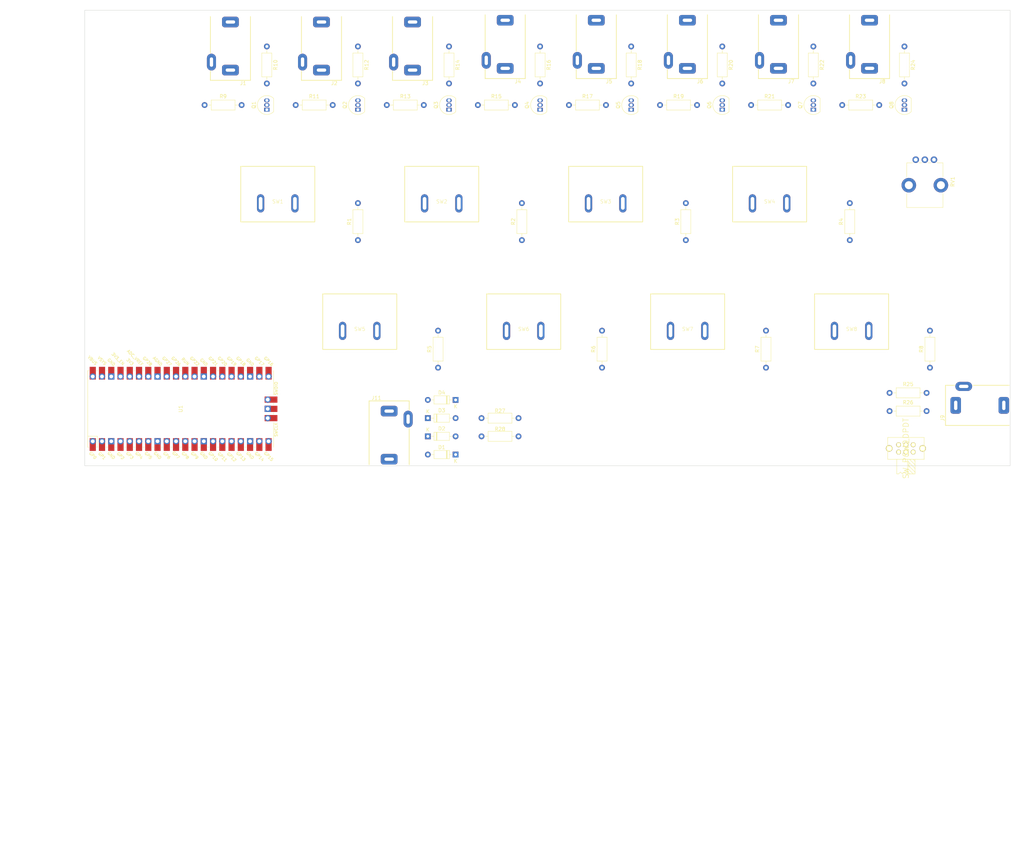
<source format=kicad_pcb>
(kicad_pcb (version 20221018) (generator pcbnew)
  (layers (0 "F.Cu" signal) (31 "B.Cu" signal) (34 "B.Paste" user) (35 "F.Paste" user) (36 "B.SilkS" user "B.Silkscreen") (37 "F.SilkS" user "F.Silkscreen") (38 "B.Mask" user) (39 "F.Mask" user) (44 "Edge.Cuts" user))
  (net 0 "")
  (net 1 "+3.3V")
  (net 2 "/SCL")
  (net 3 "GND")
  (net 4 "/SDA")
  (net 5 "Net-(Q1-C)")
  (net 6 "Net-(Q2-C)")
  (net 7 "Net-(Q3-C)")
  (net 8 "Net-(Q4-C)")
  (net 9 "Net-(Q5-C)")
  (net 10 "Net-(Q6-C)")
  (net 11 "Net-(Q7-C)")
  (net 12 "Net-(Q8-C)")
  (net 13 "Net-(J9-PadT)")
  (net 14 "Net-(Q1-B)")
  (net 15 "Net-(Q2-B)")
  (net 16 "Net-(Q3-B)")
  (net 17 "Net-(Q4-B)")
  (net 18 "Net-(Q5-B)")
  (net 19 "Net-(Q6-B)")
  (net 20 "Net-(Q7-B)")
  (net 21 "Net-(Q8-B)")
  (net 22 "/IN1")
  (net 23 "/IN2")
  (net 24 "/IN3")
  (net 25 "/IN4")
  (net 26 "/IN5")
  (net 27 "/IN6")
  (net 28 "/IN7")
  (net 29 "/IN8")
  (net 30 "/OUT1")
  (net 31 "+5V")
  (net 32 "/OUT2")
  (net 33 "/OUT3")
  (net 34 "/OUT4")
  (net 35 "/OUT5")
  (net 36 "/OUT6")
  (net 37 "/OUT7")
  (net 38 "/OUT8")
  (net 39 "Net-(R25-Pad2)")
  (net 40 "/MIDI_OUT")
  (net 41 "Net-(R26-Pad2)")
  (net 42 "/AN1")
  (footprint "ArcadeButtons:sanwa-obsf-30-g" (layer "F.Cu") (at 73 74.985629)
    (fp_text reference "SW1" (at 0 -0.5 unlocked) (layer "F.SilkS") (effects (font (thickness 0.1))))
    (fp_text value "SW_Push")
    (pad "1" thru_hole oval (at -4.7105 0) (size 2 5) (drill oval 1 3.5) (layers "*.Cu" "*.Mask") (net 3 "GND"))
    (pad "2" thru_hole oval (at 4.7105 0) (size 2 5) (drill oval 1 3.5) (layers "*.Cu" "*.Mask") (net 22 "/IN1"))
  )
  (footprint "Resistor_THT:R_Axial_DIN0207_L6.3mm_D2.5mm_P10.16mm_Horizontal" (layer "F.Cu") (at 177.92 48)
    (fp_text reference "R19" (at 5.08 -2.37) (layer "F.SilkS"))
    (fp_text value "1k")
    (pad "1" thru_hole circle (at 0 0) (size 1.6 1.6) (drill 0.8) (layers "*.Cu" "*.Mask") (net 36 "/OUT6"))
    (pad "2" thru_hole oval (at 10.16 0) (size 1.6 1.6) (drill 0.8) (layers "*.Cu" "*.Mask") (net 19 "Net-(Q6-B)"))
  )
  (footprint "Resistor_THT:R_Axial_DIN0207_L6.3mm_D2.5mm_P10.16mm_Horizontal" (layer "F.Cu") (at 252 120.08 90)
    (fp_text reference "R8" (at 5.08 -2.37 90) (layer "F.SilkS"))
    (fp_text value "10k")
    (pad "1" thru_hole circle (at 0 0 90) (size 1.6 1.6) (drill 0.8) (layers "*.Cu" "*.Mask") (net 1 "+3.3V"))
    (pad "2" thru_hole oval (at 10.16 0 90) (size 1.6 1.6) (drill 0.8) (layers "*.Cu" "*.Mask") (net 29 "/IN8"))
  )
  (footprint "AudioJacks:Jack_3.5mm_QingPu_WQP-PJ302M_Horizontal" (layer "F.Cu") (at 210.425 22.73 180)
    (fp_text reference "J7" (at -3.5 -18.8) (layer "F.SilkS"))
    (fp_text value "AudioJack2")
    (pad "S" thru_hole roundrect (at 0 -2 180) (size 4.6 2.9) (drill oval 2.6 0.9) (layers "*.Cu" "*.Mask") (net 3 "GND"))
    (pad "T" thru_hole roundrect (at 0 -15.2 180) (size 4.6 2.9) (drill oval 2.6 0.9) (layers "*.Cu" "*.Mask") (net 11 "Net-(Q7-C)"))
    (pad "TN" thru_hole oval (at 5.2 -13 270) (size 4.6 2.5) (drill oval 2.6 0.9) (layers "*.Cu" "*.Mask"))
  )
  (footprint "ArcadeButtons:sanwa-obsf-30-g" (layer "F.Cu") (at 185.5 109.985629)
    (fp_text reference "SW7" (at 0 -0.5 unlocked) (layer "F.SilkS") (effects (font (thickness 0.1))))
    (fp_text value "SW_Push")
    (pad "1" thru_hole oval (at -4.7105 0) (size 2 5) (drill oval 1 3.5) (layers "*.Cu" "*.Mask") (net 3 "GND"))
    (pad "2" thru_hole oval (at 4.7105 0) (size 2 5) (drill oval 1 3.5) (layers "*.Cu" "*.Mask") (net 28 "/IN7"))
  )
  (footprint "ArcadeButtons:sanwa-obsf-30-g" (layer "F.Cu") (at 230.5 109.985629)
    (fp_text reference "SW8" (at 0 -0.5 unlocked) (layer "F.SilkS") (effects (font (thickness 0.1))))
    (fp_text value "SW_Push")
    (pad "1" thru_hole oval (at -4.7105 0) (size 2 5) (drill oval 1 3.5) (layers "*.Cu" "*.Mask") (net 3 "GND"))
    (pad "2" thru_hole oval (at 4.7105 0) (size 2 5) (drill oval 1 3.5) (layers "*.Cu" "*.Mask") (net 29 "/IN8"))
  )
  (footprint "Resistor_THT:R_Axial_DIN0207_L6.3mm_D2.5mm_P10.16mm_Horizontal" (layer "F.Cu") (at 139.08 138.93 180)
    (fp_text reference "R28" (at 5.08 2) (layer "F.SilkS"))
    (fp_text value "4k7")
    (pad "1" thru_hole circle (at 0 0 180) (size 1.6 1.6) (drill 0.8) (layers "*.Cu" "*.Mask") (net 1 "+3.3V"))
    (pad "2" thru_hole oval (at 10.16 0 180) (size 1.6 1.6) (drill 0.8) (layers "*.Cu" "*.Mask") (net 4 "/SDA"))
  )
  (footprint "Package_TO_SOT_THT:TO-92_Inline" (layer "F.Cu") (at 95 49.27 90)
    (fp_text reference "Q2" (at 1.27 -3.56 90) (layer "F.SilkS"))
    (fp_text value "2N3904")
    (pad "1" thru_hole rect (at 0 0 90) (size 1.05 1.5) (drill 0.75) (layers "*.Cu" "*.Mask") (net 3 "GND"))
    (pad "2" thru_hole oval (at 1.27 0 90) (size 1.05 1.5) (drill 0.75) (layers "*.Cu" "*.Mask") (net 15 "Net-(Q2-B)"))
    (pad "3" thru_hole oval (at 2.54 0 90) (size 1.05 1.5) (drill 0.75) (layers "*.Cu" "*.Mask") (net 6 "Net-(Q2-C)"))
  )
  (footprint "Resistor_THT:R_Axial_DIN0207_L6.3mm_D2.5mm_P10.16mm_Horizontal" (layer "F.Cu") (at 152.92 48)
    (fp_text reference "R17" (at 5.08 -2.37) (layer "F.SilkS"))
    (fp_text value "1k")
    (pad "1" thru_hole circle (at 0 0) (size 1.6 1.6) (drill 0.8) (layers "*.Cu" "*.Mask") (net 35 "/OUT5"))
    (pad "2" thru_hole oval (at 10.16 0) (size 1.6 1.6) (drill 0.8) (layers "*.Cu" "*.Mask") (net 18 "Net-(Q5-B)"))
  )
  (footprint "Package_TO_SOT_THT:TO-92_Inline" (layer "F.Cu") (at 170 49.27 90)
    (fp_text reference "Q5" (at 1.27 -3.56 90) (layer "F.SilkS"))
    (fp_text value "2N3904")
    (pad "1" thru_hole rect (at 0 0 90) (size 1.05 1.5) (drill 0.75) (layers "*.Cu" "*.Mask") (net 3 "GND"))
    (pad "2" thru_hole oval (at 1.27 0 90) (size 1.05 1.5) (drill 0.75) (layers "*.Cu" "*.Mask") (net 18 "Net-(Q5-B)"))
    (pad "3" thru_hole oval (at 2.54 0 90) (size 1.05 1.5) (drill 0.75) (layers "*.Cu" "*.Mask") (net 9 "Net-(Q5-C)"))
  )
  (footprint "Diode_THT:D_DO-35_SOD27_P7.62mm_Horizontal" (layer "F.Cu") (at 121.81 143.93 180)
    (fp_text reference "D1" (at 3.81 2) (layer "F.SilkS"))
    (fp_text value "1N4148")
    (fp_text user "K" (at 0 -1.8) (layer "F.SilkS"))
    (pad "1" thru_hole rect (at 0 0 180) (size 1.6 1.6) (drill 0.8) (layers "*.Cu" "*.Mask") (net 1 "+3.3V"))
    (pad "2" thru_hole oval (at 7.62 0 180) (size 1.6 1.6) (drill 0.8) (layers "*.Cu" "*.Mask") (net 2 "/SCL"))
  )
  (footprint "Resistor_THT:R_Axial_DIN0207_L6.3mm_D2.5mm_P10.16mm_Horizontal" (layer "F.Cu") (at 230 85.08 90)
    (fp_text reference "R4" (at 5.08 -2.37 90) (layer "F.SilkS"))
    (fp_text value "10k")
    (pad "1" thru_hole circle (at 0 0 90) (size 1.6 1.6) (drill 0.8) (layers "*.Cu" "*.Mask") (net 1 "+3.3V"))
    (pad "2" thru_hole oval (at 10.16 0 90) (size 1.6 1.6) (drill 0.8) (layers "*.Cu" "*.Mask") (net 25 "/IN4"))
  )
  (footprint "ArcadeButtons:sanwa-obsf-30-g" (layer "F.Cu") (at 118 74.985629)
    (fp_text reference "SW2" (at 0 -0.5 unlocked) (layer "F.SilkS") (effects (font (thickness 0.1))))
    (fp_text value "SW_Push")
    (pad "1" thru_hole oval (at -4.7105 0) (size 2 5) (drill oval 1 3.5) (layers "*.Cu" "*.Mask") (net 3 "GND"))
    (pad "2" thru_hole oval (at 4.7105 0) (size 2 5) (drill oval 1 3.5) (layers "*.Cu" "*.Mask") (net 23 "/IN2"))
  )
  (footprint "Package_TO_SOT_THT:TO-92_Inline" (layer "F.Cu") (at 120 49.27 90)
    (fp_text reference "Q3" (at 1.27 -3.56 90) (layer "F.SilkS"))
    (fp_text value "2N3904")
    (pad "1" thru_hole rect (at 0 0 90) (size 1.05 1.5) (drill 0.75) (layers "*.Cu" "*.Mask") (net 3 "GND"))
    (pad "2" thru_hole oval (at 1.27 0 90) (size 1.05 1.5) (drill 0.75) (layers "*.Cu" "*.Mask") (net 16 "Net-(Q3-B)"))
    (pad "3" thru_hole oval (at 2.54 0 90) (size 1.05 1.5) (drill 0.75) (layers "*.Cu" "*.Mask") (net 7 "Net-(Q3-C)"))
  )
  (footprint "AudioJacks:Jack_3.5mm_QingPu_WQP-PJ302M_Horizontal" (layer "F.Cu") (at 235.425 22.73 180)
    (fp_text reference "J8" (at -3.5 -18.8) (layer "F.SilkS"))
    (fp_text value "AudioJack2")
    (pad "S" thru_hole roundrect (at 0 -2 180) (size 4.6 2.9) (drill oval 2.6 0.9) (layers "*.Cu" "*.Mask") (net 3 "GND"))
    (pad "T" thru_hole roundrect (at 0 -15.2 180) (size 4.6 2.9) (drill oval 2.6 0.9) (layers "*.Cu" "*.Mask") (net 12 "Net-(Q8-C)"))
    (pad "TN" thru_hole oval (at 5.2 -13 270) (size 4.6 2.5) (drill oval 2.6 0.9) (layers "*.Cu" "*.Mask"))
  )
  (footprint "Resistor_THT:R_Axial_DIN0207_L6.3mm_D2.5mm_P10.16mm_Horizontal" (layer "F.Cu") (at 185 85.08 90)
    (fp_text reference "R3" (at 5.08 -2.37 90) (layer "F.SilkS"))
    (fp_text value "10k")
    (pad "1" thru_hole circle (at 0 0 90) (size 1.6 1.6) (drill 0.8) (layers "*.Cu" "*.Mask") (net 1 "+3.3V"))
    (pad "2" thru_hole oval (at 10.16 0 90) (size 1.6 1.6) (drill 0.8) (layers "*.Cu" "*.Mask") (net 24 "/IN3"))
  )
  (footprint "Diode_THT:D_DO-35_SOD27_P7.62mm_Horizontal" (layer "F.Cu") (at 114.19 138.93)
    (fp_text reference "D2" (at 3.81 -2.12) (layer "F.SilkS"))
    (fp_text value "1N4148")
    (fp_text user "K" (at 0 -1.8) (layer "F.SilkS"))
    (pad "1" thru_hole rect (at 0 0) (size 1.6 1.6) (drill 0.8) (layers "*.Cu" "*.Mask") (net 2 "/SCL"))
    (pad "2" thru_hole oval (at 7.62 0) (size 1.6 1.6) (drill 0.8) (layers "*.Cu" "*.Mask") (net 3 "GND"))
  )
  (footprint "Resistor_THT:R_Axial_DIN0207_L6.3mm_D2.5mm_P10.16mm_Horizontal" (layer "F.Cu") (at 95 85.08 90)
    (fp_text reference "R1" (at 5.08 -2.37 90) (layer "F.SilkS"))
    (fp_text value "10k")
    (pad "1" thru_hole circle (at 0 0 90) (size 1.6 1.6) (drill 0.8) (layers "*.Cu" "*.Mask") (net 1 "+3.3V"))
    (pad "2" thru_hole oval (at 10.16 0 90) (size 1.6 1.6) (drill 0.8) (layers "*.Cu" "*.Mask") (net 22 "/IN1"))
  )
  (footprint "Resistor_THT:R_Axial_DIN0207_L6.3mm_D2.5mm_P10.16mm_Horizontal" (layer "F.Cu") (at 202.92 48)
    (fp_text reference "R21" (at 5.08 -2.37) (layer "F.SilkS"))
    (fp_text value "1k")
    (pad "1" thru_hole circle (at 0 0) (size 1.6 1.6) (drill 0.8) (layers "*.Cu" "*.Mask") (net 37 "/OUT7"))
    (pad "2" thru_hole oval (at 10.16 0) (size 1.6 1.6) (drill 0.8) (layers "*.Cu" "*.Mask") (net 20 "Net-(Q7-B)"))
  )
  (footprint "Resistor_THT:R_Axial_DIN0207_L6.3mm_D2.5mm_P10.16mm_Horizontal" (layer "F.Cu") (at 227.92 48)
    (fp_text reference "R23" (at 5.08 -2.37) (layer "F.SilkS"))
    (fp_text value "1k")
    (pad "1" thru_hole circle (at 0 0) (size 1.6 1.6) (drill 0.8) (layers "*.Cu" "*.Mask") (net 38 "/OUT8"))
    (pad "2" thru_hole oval (at 10.16 0) (size 1.6 1.6) (drill 0.8) (layers "*.Cu" "*.Mask") (net 21 "Net-(Q8-B)"))
  )
  (footprint "Resistor_THT:R_Axial_DIN0207_L6.3mm_D2.5mm_P10.16mm_Horizontal" (layer "F.Cu") (at 128.92 133.93)
    (fp_text reference "R27" (at 5.08 -2) (layer "F.SilkS"))
    (fp_text value "4k7")
    (pad "1" thru_hole circle (at 0 0) (size 1.6 1.6) (drill 0.8) (layers "*.Cu" "*.Mask") (net 2 "/SCL"))
    (pad "2" thru_hole oval (at 10.16 0) (size 1.6 1.6) (drill 0.8) (layers "*.Cu" "*.Mask") (net 1 "+3.3V"))
  )
  (footprint "Resistor_THT:R_Axial_DIN0207_L6.3mm_D2.5mm_P10.16mm_Horizontal" (layer "F.Cu") (at 127.92 48)
    (fp_text reference "R15" (at 5.08 -2.37) (layer "F.SilkS"))
    (fp_text value "1k")
    (pad "1" thru_hole circle (at 0 0) (size 1.6 1.6) (drill 0.8) (layers "*.Cu" "*.Mask") (net 34 "/OUT4"))
    (pad "2" thru_hole oval (at 10.16 0) (size 1.6 1.6) (drill 0.8) (layers "*.Cu" "*.Mask") (net 17 "Net-(Q4-B)"))
  )
  (footprint "Resistor_THT:R_Axial_DIN0207_L6.3mm_D2.5mm_P10.16mm_Horizontal" (layer "F.Cu") (at 162 120.08 90)
    (fp_text reference "R6" (at 5.08 -2.37 90) (layer "F.SilkS"))
    (fp_text value "10k")
    (pad "1" thru_hole circle (at 0 0 90) (size 1.6 1.6) (drill 0.8) (layers "*.Cu" "*.Mask") (net 1 "+3.3V"))
    (pad "2" thru_hole oval (at 10.16 0 90) (size 1.6 1.6) (drill 0.8) (layers "*.Cu" "*.Mask") (net 27 "/IN6"))
  )
  (footprint "Resistor_THT:R_Axial_DIN0207_L6.3mm_D2.5mm_P10.16mm_Horizontal" (layer "F.Cu") (at 207 120.08 90)
    (fp_text reference "R7" (at 5.08 -2.37 90) (layer "F.SilkS"))
    (fp_text value "10k")
    (pad "1" thru_hole circle (at 0 0 90) (size 1.6 1.6) (drill 0.8) (layers "*.Cu" "*.Mask") (net 1 "+3.3V"))
    (pad "2" thru_hole oval (at 10.16 0 90) (size 1.6 1.6) (drill 0.8) (layers "*.Cu" "*.Mask") (net 28 "/IN7"))
  )
  (footprint "Resistor_THT:R_Axial_DIN0207_L6.3mm_D2.5mm_P10.16mm_Horizontal" (layer "F.Cu") (at 95 31.92 -90)
    (fp_text reference "R12" (at 5.08 -2.37 90) (layer "F.SilkS"))
    (fp_text value "10k")
    (pad "1" thru_hole circle (at 0 0 270) (size 1.6 1.6) (drill 0.8) (layers "*.Cu" "*.Mask") (net 31 "+5V"))
    (pad "2" thru_hole oval (at 10.16 0 270) (size 1.6 1.6) (drill 0.8) (layers "*.Cu" "*.Mask") (net 6 "Net-(Q2-C)"))
  )
  (footprint "Resistor_THT:R_Axial_DIN0207_L6.3mm_D2.5mm_P10.16mm_Horizontal" (layer "F.Cu") (at 77.92 48)
    (fp_text reference "R11" (at 5.08 -2.37) (layer "F.SilkS"))
    (fp_text value "1k")
    (pad "1" thru_hole circle (at 0 0) (size 1.6 1.6) (drill 0.8) (layers "*.Cu" "*.Mask") (net 32 "/OUT2"))
    (pad "2" thru_hole oval (at 10.16 0) (size 1.6 1.6) (drill 0.8) (layers "*.Cu" "*.Mask") (net 15 "Net-(Q2-B)"))
  )
  (footprint "ArcadeButtons:sanwa-obsf-30-g" (layer "F.Cu") (at 140.5 109.985629)
    (fp_text reference "SW6" (at 0 -0.5 unlocked) (layer "F.SilkS") (effects (font (thickness 0.1))))
    (fp_text value "SW_Push")
    (pad "1" thru_hole oval (at -4.7105 0) (size 2 5) (drill oval 1 3.5) (layers "*.Cu" "*.Mask") (net 3 "GND"))
    (pad "2" thru_hole oval (at 4.7105 0) (size 2 5) (drill oval 1 3.5) (layers "*.Cu" "*.Mask") (net 27 "/IN6"))
  )
  (footprint "Resistor_THT:R_Axial_DIN0207_L6.3mm_D2.5mm_P10.16mm_Horizontal" (layer "F.Cu") (at 52.92 48)
    (fp_text reference "R9" (at 5.08 -2.37) (layer "F.SilkS"))
    (fp_text value "1k")
    (pad "1" thru_hole circle (at 0 0) (size 1.6 1.6) (drill 0.8) (layers "*.Cu" "*.Mask") (net 30 "/OUT1"))
    (pad "2" thru_hole oval (at 10.16 0) (size 1.6 1.6) (drill 0.8) (layers "*.Cu" "*.Mask") (net 14 "Net-(Q1-B)"))
  )
  (footprint "Resistor_THT:R_Axial_DIN0207_L6.3mm_D2.5mm_P10.16mm_Horizontal" (layer "F.Cu") (at 170 31.92 -90)
    (fp_text reference "R18" (at 5.08 -2.37 90) (layer "F.SilkS"))
    (fp_text value "10k")
    (pad "1" thru_hole circle (at 0 0 270) (size 1.6 1.6) (drill 0.8) (layers "*.Cu" "*.Mask") (net 31 "+5V"))
    (pad "2" thru_hole oval (at 10.16 0 270) (size 1.6 1.6) (drill 0.8) (layers "*.Cu" "*.Mask") (net 9 "Net-(Q5-C)"))
  )
  (footprint "Resistor_THT:R_Axial_DIN0207_L6.3mm_D2.5mm_P10.16mm_Horizontal" (layer "F.Cu") (at 70 31.92 -90)
    (fp_text reference "R10" (at 5.08 -2.37 90) (layer "F.SilkS"))
    (fp_text value "10k")
    (pad "1" thru_hole circle (at 0 0 270) (size 1.6 1.6) (drill 0.8) (layers "*.Cu" "*.Mask") (net 31 "+5V"))
    (pad "2" thru_hole oval (at 10.16 0 270) (size 1.6 1.6) (drill 0.8) (layers "*.Cu" "*.Mask") (net 5 "Net-(Q1-C)"))
  )
  (footprint "ArcadeButtons:sanwa-obsf-30-g" (layer "F.Cu") (at 163 74.985629)
    (fp_text reference "SW3" (at 0 -0.5 unlocked) (layer "F.SilkS") (effects (font (thickness 0.1))))
    (fp_text value "SW_Push")
    (pad "1" thru_hole oval (at -4.7105 0) (size 2 5) (drill oval 1 3.5) (layers "*.Cu" "*.Mask") (net 3 "GND"))
    (pad "2" thru_hole oval (at 4.7105 0) (size 2 5) (drill oval 1 3.5) (layers "*.Cu" "*.Mask") (net 24 "/IN3"))
  )
  (footprint "AudioJacks:Jack_3.5mm_QingPu_WQP-PJ302M_Horizontal" (layer "F.Cu") (at 185.425 22.73 180)
    (fp_text reference "J6" (at -3.5 -18.8) (layer "F.SilkS"))
    (fp_text value "AudioJack2")
    (pad "S" thru_hole roundrect (at 0 -2 180) (size 4.6 2.9) (drill oval 2.6 0.9) (layers "*.Cu" "*.Mask") (net 3 "GND"))
    (pad "T" thru_hole roundrect (at 0 -15.2 180) (size 4.6 2.9) (drill oval 2.6 0.9) (layers "*.Cu" "*.Mask") (net 10 "Net-(Q6-C)"))
    (pad "TN" thru_hole oval (at 5.2 -13 270) (size 4.6 2.5) (drill oval 2.6 0.9) (layers "*.Cu" "*.Mask"))
  )
  (footprint "ArcadeButtons:sanwa-obsf-30-g" (layer "F.Cu") (at 95.5 109.985629)
    (fp_text reference "SW5" (at 0 -0.5 unlocked) (layer "F.SilkS") (effects (font (thickness 0.1))))
    (fp_text value "SW_Push")
    (pad "1" thru_hole oval (at -4.7105 0) (size 2 5) (drill oval 1 3.5) (layers "*.Cu" "*.Mask") (net 3 "GND"))
    (pad "2" thru_hole oval (at 4.7105 0) (size 2 5) (drill oval 1 3.5) (layers "*.Cu" "*.Mask") (net 26 "/IN5"))
  )
  (footprint "Resistor_THT:R_Axial_DIN0207_L6.3mm_D2.5mm_P10.16mm_Horizontal" (layer "F.Cu") (at 145 31.92 -90)
    (fp_text reference "R16" (at 5.08 -2.37 90) (layer "F.SilkS"))
    (fp_text value "10k")
    (pad "1" thru_hole circle (at 0 0 270) (size 1.6 1.6) (drill 0.8) (layers "*.Cu" "*.Mask") (net 31 "+5V"))
    (pad "2" thru_hole oval (at 10.16 0 270) (size 1.6 1.6) (drill 0.8) (layers "*.Cu" "*.Mask") (net 8 "Net-(Q4-C)"))
  )
  (footprint "Package_TO_SOT_THT:TO-92_Inline" (layer "F.Cu") (at 145 49.27 90)
    (fp_text reference "Q4" (at 1.27 -3.56 90) (layer "F.SilkS"))
    (fp_text value "2N3904")
    (pad "1" thru_hole rect (at 0 0 90) (size 1.05 1.5) (drill 0.75) (layers "*.Cu" "*.Mask") (net 3 "GND"))
    (pad "2" thru_hole oval (at 1.27 0 90) (size 1.05 1.5) (drill 0.75) (layers "*.Cu" "*.Mask") (net 17 "Net-(Q4-B)"))
    (pad "3" thru_hole oval (at 2.54 0 90) (size 1.05 1.5) (drill 0.75) (layers "*.Cu" "*.Mask") (net 8 "Net-(Q4-C)"))
  )
  (footprint "Resistor_THT:R_Axial_DIN0207_L6.3mm_D2.5mm_P10.16mm_Horizontal" (layer "F.Cu") (at 240.92 132)
    (fp_text reference "R26" (at 5.08 -2.37) (layer "F.SilkS"))
    (fp_text value "47")
    (pad "1" thru_hole circle (at 0 0) (size 1.6 1.6) (drill 0.8) (layers "*.Cu" "*.Mask") (net 40 "/MIDI_OUT"))
    (pad "2" thru_hole oval (at 10.16 0) (size 1.6 1.6) (drill 0.8) (layers "*.Cu" "*.Mask") (net 41 "Net-(R26-Pad2)"))
  )
  (footprint "SparkFun-Electromechanical:EG2211" (layer "F.Cu") (at 245.40006 142.24 90)
    (fp_text reference "SW9" (at 0 0 90) (layer "F.SilkS") (effects (font (size 1.524 1.524))))
    (fp_text value "SW_Push_DPDT" (at 0 0 90) (layer "F.SilkS") (effects (font (size 1.524 1.524))))
    (pad "P$7" thru_hole circle (at 0 -4.59994 90) (size 1.79832 1.79832) (drill 1.19888) (layers "F&B.Cu" "F.Paste" "F.SilkS" "F.Mask"))
    (pad "P$8" thru_hole circle (at 0 4.59994 90) (size 1.79832 1.79832) (drill 1.19888) (layers "F&B.Cu" "F.Paste" "F.SilkS" "F.Mask"))
    (pad "P1" thru_hole circle (at -0.99822 0 90) (size 1.30556 1.30556) (drill 0.79756) (layers "F&B.Cu" "F.Paste" "F.SilkS" "F.Mask"))
    (pad "P1-T" thru_hole circle (at -0.99822 -1.99898 90) (size 1.30556 1.30556) (drill 0.79756) (layers "F&B.Cu" "F.Paste" "F.SilkS" "F.Mask"))
    (pad "P1-T" thru_hole circle (at -0.99822 1.99898 90) (size 1.30556 1.30556) (drill 0.79756) (layers "F&B.Cu" "F.Paste" "F.SilkS" "F.Mask"))
    (pad "P2" thru_hole circle (at 0.99822 0 90) (size 1.30556 1.30556) (drill 0.79756) (layers "F&B.Cu" "F.Paste" "F.SilkS" "F.Mask"))
    (pad "P2-T" thru_hole circle (at 0.99822 -1.99898 90) (size 1.30556 1.30556) (drill 0.79756) (layers "F&B.Cu" "F.Paste" "F.SilkS" "F.Mask"))
    (pad "P2-T" thru_hole circle (at 0.99822 1.99898 90) (size 1.30556 1.30556) (drill 0.79756) (layers "F&B.Cu" "F.Paste" "F.SilkS" "F.Mask"))
  )
  (footprint "Package_TO_SOT_THT:TO-92_Inline" (layer "F.Cu") (at 70 49.27 90)
    (fp_text reference "Q1" (at 1.27 -3.56 90) (layer "F.SilkS"))
    (fp_text value "2N3904")
    (pad "1" thru_hole rect (at 0 0 90) (size 1.05 1.5) (drill 0.75) (layers "*.Cu" "*.Mask") (net 3 "GND"))
    (pad "2" thru_hole oval (at 1.27 0 90) (size 1.05 1.5) (drill 0.75) (layers "*.Cu" "*.Mask") (net 14 "Net-(Q1-B)"))
    (pad "3" thru_hole oval (at 2.54 0 90) (size 1.05 1.5) (drill 0.75) (layers "*.Cu" "*.Mask") (net 5 "Net-(Q1-C)"))
  )
  (footprint "Package_TO_SOT_THT:TO-92_Inline" (layer "F.Cu") (at 220 49.27 90)
    (fp_text reference "Q7" (at 1.27 -3.56 90) (layer "F.SilkS"))
    (fp_text value "2N3904")
    (pad "1" thru_hole rect (at 0 0 90) (size 1.05 1.5) (drill 0.75) (layers "*.Cu" "*.Mask") (net 3 "GND"))
    (pad "2" thru_hole oval (at 1.27 0 90) (size 1.05 1.5) (drill 0.75) (layers "*.Cu" "*.Mask") (net 20 "Net-(Q7-B)"))
    (pad "3" thru_hole oval (at 2.54 0 90) (size 1.05 1.5) (drill 0.75) (layers "*.Cu" "*.Mask") (net 11 "Net-(Q7-C)"))
  )
  (footprint "AudioJacks:Jack_3.5mm_QingPu_WQP-PJ302M_Horizontal" (layer "F.Cu") (at 135.425 22.73 180)
    (fp_text reference "J4" (at -3.5 -18.8) (layer "F.SilkS"))
    (fp_text value "AudioJack2")
    (pad "S" thru_hole roundrect (at 0 -2 180) (size 4.6 2.9) (drill oval 2.6 0.9) (layers "*.Cu" "*.Mask") (net 3 "GND"))
    (pad "T" thru_hole roundrect (at 0 -15.2 180) (size 4.6 2.9) (drill oval 2.6 0.9) (layers "*.Cu" "*.Mask") (net 8 "Net-(Q4-C)"))
    (pad "TN" thru_hole oval (at 5.2 -13 270) (size 4.6 2.5) (drill oval 2.6 0.9) (layers "*.Cu" "*.Mask"))
  )
  (footprint "Resistor_THT:R_Axial_DIN0207_L6.3mm_D2.5mm_P10.16mm_Horizontal" (layer "F.Cu") (at 195 31.92 -90)
    (fp_text reference "R20" (at 5.08 -2.37 90) (layer "F.SilkS"))
    (fp_text value "10k")
    (pad "1" thru_hole circle (at 0 0 270) (size 1.6 1.6) (drill 0.8) (layers "*.Cu" "*.Mask") (net 31 "+5V"))
    (pad "2" thru_hole oval (at 10.16 0 270) (size 1.6 1.6) (drill 0.8) (layers "*.Cu" "*.Mask") (net 10 "Net-(Q6-C)"))
  )
  (footprint "Resistor_THT:R_Axial_DIN0207_L6.3mm_D2.5mm_P10.16mm_Horizontal" (layer "F.Cu") (at 240.92 127)
    (fp_text reference "R25" (at 5.08 -2.37) (layer "F.SilkS"))
    (fp_text value "47")
    (pad "1" thru_hole circle (at 0 0) (size 1.6 1.6) (drill 0.8) (layers "*.Cu" "*.Mask") (net 1 "+3.3V"))
    (pad "2" thru_hole oval (at 10.16 0) (size 1.6 1.6) (drill 0.8) (layers "*.Cu" "*.Mask") (net 39 "Net-(R25-Pad2)"))
  )
  (footprint "RPi Pico:RPi_Pico_SMD_TH" (layer "F.Cu") (at 46.35 131.39 90)
    (fp_text reference "U1" (at 0 0 90) (layer "F.SilkS"))
    (fp_text value "Pico")
    (fp_text user "GP5" (at -12.8 -8.89 135) (layer "F.SilkS") (effects (font (size 0.8 0.8))))
    (fp_text user "GND" (at -12.8 -6.35 135) (layer "F.SilkS") (effects (font (size 0.8 0.8))))
    (fp_text user "GP26" (at 13.054 -1.27 135) (layer "F.SilkS") (effects (font (size 0.8 0.8))))
    (fp_text user "GP7" (at -12.7 -1.3 135) (layer "F.SilkS") (effects (font (size 0.8 0.8))))
    (fp_text user "GP16" (at 13.054 24.13 135) (layer "F.SilkS") (effects (font (size 0.8 0.8))))
    (fp_text user "3V3_EN" (at 13.7 -17.2 135) (layer "F.SilkS") (effects (font (size 0.8 0.8))))
    (fp_text user "GP10" (at -13.054 8.89 135) (layer "F.SilkS") (effects (font (size 0.8 0.8))))
    (fp_text user "ADC_VREF" (at 14 -12.5 135) (layer "F.SilkS") (effects (font (size 0.8 0.8))))
    (fp_text user "GP13" (at -13.054 16.51 135) (layer "F.SilkS") (effects (font (size 0.8 0.8))))
    (fp_text user "GND" (at 12.8 6.35 135) (layer "F.SilkS") (effects (font (size 0.8 0.8))))
    (fp_text user "SWCLK" (at -5.7 26.2 90) (layer "F.SilkS") (effects (font (size 0.8 0.8))))
    (fp_text user "GND" (at -12.8 19.05 135) (layer "F.SilkS") (effects (font (size 0.8 0.8))))
    (fp_text user "GP28" (at 13.054 -9.144 135) (layer "F.SilkS") (effects (font (size 0.8 0.8))))
    (fp_text user "GP3" (at -12.8 -13.97 135) (layer "F.SilkS") (effects (font (size 0.8 0.8))))
    (fp_text user "GP0" (at -12.8 -24.13 135) (layer "F.SilkS") (effects (font (size 0.8 0.8))))
    (fp_text user "GP1" (at -12.9 -21.6 135) (layer "F.SilkS") (effects (font (size 0.8 0.8))))
    (fp_text user "GP14" (at -13.1 21.59 135) (layer "F.SilkS") (effects (font (size 0.8 0.8))))
    (fp_text user "GND" (at -12.8 6.35 135) (layer "F.SilkS") (effects (font (size 0.8 0.8))))
    (fp_text user "GND" (at -12.8 -19.05 135) (layer "F.SilkS") (effects (font (size 0.8 0.8))))
    (fp_text user "VBUS" (at 13.3 -24.2 135) (layer "F.SilkS") (effects (font (size 0.8 0.8))))
    (fp_text user "GP17" (at 13.054 21.59 135) (layer "F.SilkS") (effects (font (size 0.8 0.8))))
    (fp_text user "SWDIO" (at 5.6 26.2 90) (layer "F.SilkS") (effects (font (size 0.8 0.8))))
    (fp_text user "GP20" (at 13.054 11.43 135) (layer "F.SilkS") (effects (font (size 0.8 0.8))))
    (fp_text user "GP11" (at -13.2 11.43 135) (layer "F.SilkS") (effects (font (size 0.8 0.8))))
    (fp_text user "GP12" (at -13.2 13.97 135) (layer "F.SilkS") (effects (font (size 0.8 0.8))))
    (fp_text user "GP19" (at 13.054 13.97 135) (layer "F.SilkS") (effects (font (size 0.8 0.8))))
    (fp_text user "VSYS" (at 13.2 -21.59 135) (layer "F.SilkS") (effects (font (size 0.8 0.8))))
    (fp_text user "GP22" (at 13.054 3.81 135) (layer "F.SilkS") (effects (font (size 0.8 0.8))))
    (fp_text user "GP8" (at -12.8 1.27 135) (layer "F.SilkS") (effects (font (size 0.8 0.8))))
    (fp_text user "GND" (at 12.8 -19.05 135) (layer "F.SilkS") (effects (font (size 0.8 0.8))))
    (fp_text user "AGND" (at 13.054 -6.35 135) (layer "F.SilkS") (effects (font (size 0.8 0.8))))
    (fp_text user "3V3" (at 12.9 -13.9 135) (layer "F.SilkS") (effects (font (size 0.8 0.8))))
    (fp_text user "GP9" (at -12.8 3.81 135) (layer "F.SilkS") (effects (font (size 0.8 0.8))))
    (fp_text user "GP2" (at -12.9 -16.51 135) (layer "F.SilkS") (effects (font (size 0.8 0.8))))
    (fp_text user "GND" (at 12.8 19.05 135) (layer "F.SilkS") (effects (font (size 0.8 0.8))))
    (fp_text user "GP27" (at 13.054 -3.8 135) (layer "F.SilkS") (effects (font (size 0.8 0.8))))
    (fp_text user "RUN" (at 13 1.27 135) (layer "F.SilkS") (effects (font (size 0.8 0.8))))
    (fp_text user "GP21" (at 13.054 8.9 135) (layer "F.SilkS") (effects (font (size 0.8 0.8))))
    (fp_text user "GP15" (at -13.054 24.13 135) (layer "F.SilkS") (effects (font (size 0.8 0.8))))
    (fp_text user "GP4" (at -12.8 -11.43 135) (layer "F.SilkS") (effects (font (size 0.8 0.8))))
    (fp_text user "GP18" (at 13.054 16.51 135) (layer "F.SilkS") (effects (font (size 0.8 0.8))))
    (fp_text user "GP6" (at -12.8 -3.81 135) (layer "F.SilkS") (effects (font (size 0.8 0.8))))
    (pad "" np_thru_hole oval (at -2.725 -24 90) (size 1.8 1.8) (drill 1.8) (layers "*.Cu" "*.Mask"))
    (pad "" np_thru_hole oval (at -2.425 -20.97 90) (size 1.5 1.5) (drill 1.5) (layers "*.Cu" "*.Mask"))
    (pad "" np_thru_hole oval (at 2.425 -20.97 90) (size 1.5 1.5) (drill 1.5) (layers "*.Cu" "*.Mask"))
    (pad "" np_thru_hole oval (at 2.725 -24 90) (size 1.8 1.8) (drill 1.8) (layers "*.Cu" "*.Mask"))
    (pad "1" thru_hole oval (at -8.89 -24.13 90) (size 1.7 1.7) (drill 1.02) (layers "*.Cu" "*.Mask") (net 40 "/MIDI_OUT"))
    (pad "1" smd rect (at -8.89 -24.13 90) (size 3.5 1.7) (drill (offset -0.9 0)) (layers "F.Cu" "F.Mask") (net 40 "/MIDI_OUT"))
    (pad "2" thru_hole oval (at -8.89 -21.59 90) (size 1.7 1.7) (drill 1.02) (layers "*.Cu" "*.Mask"))
    (pad "2" smd rect (at -8.89 -21.59 90) (size 3.5 1.7) (drill (offset -0.9 0)) (layers "F.Cu" "F.Mask"))
    (pad "3" thru_hole rect (at -8.89 -19.05 90) (size 1.7 1.7) (drill 1.02) (layers "*.Cu" "*.Mask") (net 3 "GND"))
    (pad "3" smd rect (at -8.89 -19.05 90) (size 3.5 1.7) (drill (offset -0.9 0)) (layers "F.Cu" "F.Mask") (net 3 "GND"))
    (pad "4" thru_hole oval (at -8.89 -16.51 90) (size 1.7 1.7) (drill 1.02) (layers "*.Cu" "*.Mask"))
    (pad "4" smd rect (at -8.89 -16.51 90) (size 3.5 1.7) (drill (offset -0.9 0)) (layers "F.Cu" "F.Mask"))
    (pad "5" thru_hole oval (at -8.89 -13.97 90) (size 1.7 1.7) (drill 1.02) (layers "*.Cu" "*.Mask"))
    (pad "5" smd rect (at -8.89 -13.97 90) (size 3.5 1.7) (drill (offset -0.9 0)) (layers "F.Cu" "F.Mask"))
    (pad "6" thru_hole oval (at -8.89 -11.43 90) (size 1.7 1.7) (drill 1.02) (layers "*.Cu" "*.Mask") (net 4 "/SDA"))
    (pad "6" smd rect (at -8.89 -11.43 90) (size 3.5 1.7) (drill (offset -0.9 0)) (layers "F.Cu" "F.Mask") (net 4 "/SDA"))
    (pad "7" thru_hole oval (at -8.89 -8.89 90) (size 1.7 1.7) (drill 1.02) (layers "*.Cu" "*.Mask") (net 2 "/SCL"))
    (pad "7" smd rect (at -8.89 -8.89 90) (size 3.5 1.7) (drill (offset -0.9 0)) (layers "F.Cu" "F.Mask") (net 2 "/SCL"))
    (pad "8" thru_hole rect (at -8.89 -6.35 90) (size 1.7 1.7) (drill 1.02) (layers "*.Cu" "*.Mask") (net 3 "GND"))
    (pad "8" smd rect (at -8.89 -6.35 90) (size 3.5 1.7) (drill (offset -0.9 0)) (layers "F.Cu" "F.Mask") (net 3 "GND"))
    (pad "9" thru_hole oval (at -8.89 -3.81 90) (size 1.7 1.7) (drill 1.02) (layers "*.Cu" "*.Mask") (net 22 "/IN1"))
    (pad "9" smd rect (at -8.89 -3.81 90) (size 3.5 1.7) (drill (offset -0.9 0)) (layers "F.Cu" "F.Mask") (net 22 "/IN1"))
    (pad "10" thru_hole oval (at -8.89 -1.27 90) (size 1.7 1.7) (drill 1.02) (layers "*.Cu" "*.Mask") (net 23 "/IN2"))
    (pad "10" smd rect (at -8.89 -1.27 90) (size 3.5 1.7) (drill (offset -0.9 0)) (layers "F.Cu" "F.Mask") (net 23 "/IN2"))
    (pad "11" thru_hole oval (at -8.89 1.27 90) (size 1.7 1.7) (drill 1.02) (layers "*.Cu" "*.Mask") (net 24 "/IN3"))
    (pad "11" smd rect (at -8.89 1.27 90) (size 3.5 1.7) (drill (offset -0.9 0)) (layers "F.Cu" "F.Mask") (net 24 "/IN3"))
    (pad "12" thru_hole oval (at -8.89 3.81 90) (size 1.7 1.7) (drill 1.02) (layers "*.Cu" "*.Mask") (net 25 "/IN4"))
    (pad "12" smd rect (at -8.89 3.81 90) (size 3.5 1.7) (drill (offset -0.9 0)) (layers "F.Cu" "F.Mask") (net 25 "/IN4"))
    (pad "13" thru_hole rect (at -8.89 6.35 90) (size 1.7 1.7) (drill 1.02) (layers "*.Cu" "*.Mask") (net 3 "GND"))
    (pad "13" smd rect (at -8.89 6.35 90) (size 3.5 1.7) (drill (offset -0.9 0)) (layers "F.Cu" "F.Mask") (net 3 "GND"))
    (pad "14" thru_hole oval (at -8.89 8.89 90) (size 1.7 1.7) (drill 1.02) (layers "*.Cu" "*.Mask") (net 26 "/IN5"))
    (pad "14" smd rect (at -8.89 8.89 90) (size 3.5 1.7) (drill (offset -0.9 0)) (layers "F.Cu" "F.Mask") (net 26 "/IN5"))
    (pad "15" thru_hole oval (at -8.89 11.43 90) (size 1.7 1.7) (drill 1.02) (layers "*.Cu" "*.Mask") (net 27 "/IN6"))
    (pad "15" smd rect (at -8.89 11.43 90) (size 3.5 1.7) (drill (offset -0.9 0)) (layers "F.Cu" "F.Mask") (net 27 "/IN6"))
    (pad "16" thru_hole oval (at -8.89 13.97 90) (size 1.7 1.7) (drill 1.02) (layers "*.Cu" "*.Mask") (net 28 "/IN7"))
    (pad "16" smd rect (at -8.89 13.97 90) (size 3.5 1.7) (drill (offset -0.9 0)) (layers "F.Cu" "F.Mask") (net 28 "/IN7"))
    (pad "17" thru_hole oval (at -8.89 16.51 90) (size 1.7 1.7) (drill 1.02) (layers "*.Cu" "*.Mask") (net 29 "/IN8"))
    (pad "17" smd rect (at -8.89 16.51 90) (size 3.5 1.7) (drill (offset -0.9 0)) (layers "F.Cu" "F.Mask") (net 29 "/IN8"))
    (pad "18" thru_hole rect (at -8.89 19.05 90) (size 1.7 1.7) (drill 1.02) (layers "*.Cu" "*.Mask") (net 3 "GND"))
    (pad "18" smd rect (at -8.89 19.05 90) (size 3.5 1.7) (drill (offset -0.9 0)) (layers "F.Cu" "F.Mask") (net 3 "GND"))
    (pad "19" thru_hole oval (at -8.89 21.59 90) (size 1.7 1.7) (drill 1.02) (layers "*.Cu" "*.Mask") (net 30 "/OUT1"))
    (pad "19" smd rect (at -8.89 21.59 90) (size 3.5 1.7) (drill (offset -0.9 0)) (layers "F.Cu" "F.Mask") (net 30 "/OUT1"))
    (pad "20" thru_hole oval (at -8.89 24.13 90) (size 1.7 1.7) (drill 1.02) (layers "*.Cu" "*.Mask") (net 32 "/OUT2"))
    (pad "20" smd rect (at -8.89 24.13 90) (size 3.5 1.7) (drill (offset -0.9 0)) (layers "F.Cu" "F.Mask") (net 32 "/OUT2"))
    (pad "21" thru_hole oval (at 8.89 24.13 90) (size 1.7 1.7) (drill 1.02) (layers "*.Cu" "*.Mask") (net 33 "/OUT3"))
    (pad "21" smd rect (at 8.89 24.13 90) (size 3.5 1.7) (drill (offset 0.9 0)) (layers "F.Cu" "F.Mask") (net 33 "/OUT3"))
    (pad "22" thru_hole oval (at 8.89 21.59 90) (size 1.7 1.7) (drill 1.02) (layers "*.Cu" "*.Mask") (net 34 "/OUT4"))
    (pad "22" smd rect (at 8.89 21.59 90) (size 3.5 1.7) (drill (offset 0.9 0)) (layers "F.Cu" "F.Mask") (net 34 "/OUT4"))
    (pad "23" thru_hole rect (at 8.89 19.05 90) (size 1.7 1.7) (drill 1.02) (layers "*.Cu" "*.Mask") (net 3 "GND"))
    (pad "23" smd rect (at 8.89 19.05 90) (size 3.5 1.7) (drill (offset 0.9 0)) (layers "F.Cu" "F.Mask") (net 3 "GND"))
    (pad "24" thru_hole oval (at 8.89 16.51 90) (size 1.7 1.7) (drill 1.02) (layers "*.Cu" "*.Mask") (net 35 "/OUT5"))
    (pad "24" smd rect (at 8.89 16.51 90) (size 3.5 1.7) (drill (offset 0.9 0)) (layers "F.Cu" "F.Mask") (net 35 "/OUT5"))
    (pad "25" thru_hole oval (at 8.89 13.97 90) (size 1.7 1.7) (drill 1.02) (layers "*.Cu" "*.Mask") (net 36 "/OUT6"))
    (pad "25" smd rect (at 8.89 13.97 90) (size 3.5 1.7) (drill (offset 0.9 0)) (layers "F.Cu" "F.Mask") (net 36 "/OUT6"))
    (pad "26" thru_hole oval (at 8.89 11.43 90) (size 1.7 1.7) (drill 1.02) (layers "*.Cu" "*.Mask") (net 37 "/OUT7"))
    (pad "26" smd rect (at 8.89 11.43 90) (size 3.5 1.7) (drill (offset 0.9 0)) (layers "F.Cu" "F.Mask") (net 37 "/OUT7"))
    (pad "27" thru_hole oval (at 8.89 8.89 90) (size 1.7 1.7) (drill 1.02) (layers "*.Cu" "*.Mask") (net 38 "/OUT8"))
    (pad "27" smd rect (at 8.89 8.89 90) (size 3.5 1.7) (drill (offset 0.9 0)) (layers "F.Cu" "F.Mask") (net 38 "/OUT8"))
    (pad "28" thru_hole rect (at 8.89 6.35 90) (size 1.7 1.7) (drill 1.02) (layers "*.Cu" "*.Mask") (net 3 "GND"))
    (pad "28" smd rect (at 8.89 6.35 90) (size 3.5 1.7) (drill (offset 0.9 0)) (layers "F.Cu" "F.Mask") (net 3 "GND"))
    (pad "29" thru_hole oval (at 8.89 3.81 90) (size 1.7 1.7) (drill 1.02) (layers "*.Cu" "*.Mask"))
    (pad "29" smd rect (at 8.89 3.81 90) (size 3.5 1.7) (drill (offset 0.9 0)) (layers "F.Cu" "F.Mask"))
    (pad "30" thru_hole oval (at 8.89 1.27 90) (size 1.7 1.7) (drill 1.02) (layers "*.Cu" "*.Mask"))
    (pad "30" smd rect (at 8.89 1.27 90) (size 3.5 1.7) (drill (offset 0.9 0)) (layers "F.Cu" "F.Mask"))
    (pad "31" thru_hole oval (at 8.89 -1.27 90) (size 1.7 1.7) (drill 1.02) (layers "*.Cu" "*.Mask"))
    (pad "31" smd rect (at 8.89 -1.27 90) (size 3.5 1.7) (drill (offset 0.9 0)) (layers "F.Cu" "F.Mask"))
    (pad "32" thru_hole oval (at 8.89 -3.81 90) (size 1.7 1.7) (drill 1.02) (layers "*.Cu" "*.Mask") (net 42 "/AN1"))
    (pad "32" smd rect (at 8.89 -3.81 90) (size 3.5 1.7) (drill (offset 0.9 0)) (layers "F.Cu" "F.Mask") (net 42 "/AN1"))
    (pad "33" thru_hole rect (at 8.89 -6.35 90) (size 1.7 1.7) (drill 1.02) (layers "*.Cu" "*.Mask") (net 3 "GND"))
    (pad "33" smd rect (at 8.89 -6.35 90) (size 3.5 1.7) (drill (offset 0.9 0)) (layers "F.Cu" "F.Mask") (net 3 "GND"))
    (pad "34" thru_hole oval (at 8.89 -8.89 90) (size 1.7 1.7) (drill 1.02) (layers "*.Cu" "*.Mask"))
    (pad "34" smd rect (at 8.89 -8.89 90) (size 3.5 1.7) (drill (offset 0.9 0)) (layers "F.Cu" "F.Mask"))
    (pad "35" thru_hole oval (at 8.89 -11.43 90) (size 1.7 1.7) (drill 1.02) (layers "*.Cu" "*.Mask"))
    (pad "35" smd rect (at 8.89 -11.43 90) (size 3.5 1.7) (drill (offset 0.9 0)) (layers "F.Cu" "F.Mask"))
    (pad "36" thru_hole oval (at 8.89 -13.97 90) (size 1.7 1.7) (drill 1.02) (layers "*.Cu" "*.Mask") (net 1 "+3.3V"))
    (pad "36" smd rect (at 8.89 -13.97 90) (size 3.5 1.7) (drill (offset 0.9 0)) (layers "F.Cu" "F.Mask") (net 1 "+3.3V"))
    (pad "37" thru_hole oval (at 8.89 -16.51 90) (size 1.7 1.7) (drill 1.02) (layers "*.Cu" "*.Mask"))
    (pad "37" smd rect (at 8.89 -16.51 90) (size 3.5 1.7) (drill (offset 0.9 0)) (layers "F.Cu" "F.Mask"))
    (pad "38" thru_hole rect (at 8.89 -19.05 90) (size 1.7 1.7) (drill 1.02) (layers "*.Cu" "*.Mask") (net 3 "GND"))
    (pad "38" smd rect (at 8.89 -19.05 90) (size 3.5 1.7) (drill (offset 0.9 0)) (layers "F.Cu" "F.Mask") (net 3 "GND"))
    (pad "39" thru_hole oval (at 8.89 -21.59 90) (size 1.7 1.7) (drill 1.02) (layers "*.Cu" "*.Mask"))
    (pad "39" smd rect (at 8.89 -21.59 90) (size 3.5 1.7) (drill (offset 0.9 0)) (layers "F.Cu" "F.Mask"))
    (pad "40" thru_hole oval (at 8.89 -24.13 90) (size 1.7 1.7) (drill 1.02) (layers "*.Cu" "*.Mask") (net 31 "+5V"))
    (pad "40" smd rect (at 8.89 -24.13 90) (size 3.5 1.7) (drill (offset 0.9 0)) (layers "F.Cu" "F.Mask") (net 31 "+5V"))
    (pad "41" thru_hole oval (at -2.54 23.9 90) (size 1.7 1.7) (drill 1.02) (layers "*.Cu" "*.Mask"))
    (pad "41" smd rect (at -2.54 23.9 180) (size 3.5 1.7) (drill (offset -0.9 0)) (layers "F.Cu" "F.Mask"))
    (pad "42" thru_hole rect (at 0 23.9 90) (size 1.7 1.7) (drill 1.02) (layers "*.Cu" "*.Mask") (net 3 "GND"))
    (pad "42" smd rect (at 0 23.9 180) (size 3.5 1.7) (drill (offset -0.9 0)) (layers "F.Cu" "F.Mask") (net 3 "GND"))
    (pad "43" thru_hole oval (at 2.54 23.9 90) (size 1.7 1.7) (drill 1.02) (layers "*.Cu" "*.Mask"))
    (pad "43" smd rect (at 2.54 23.9 180) (size 3.5 1.7) (drill (offset -0.9 0)) (layers "F.Cu" "F.Mask"))
  )
  (footprint "Package_TO_SOT_THT:TO-92_Inline" (layer "F.Cu") (at 245 49.27 90)
    (fp_text reference "Q8" (at 1.27 -3.56 90) (layer "F.SilkS"))
    (fp_text value "2N3904")
    (pad "1" thru_hole rect (at 0 0 90) (size 1.05 1.5) (drill 0.75) (layers "*.Cu" "*.Mask") (net 3 "GND"))
    (pad "2" thru_hole oval (at 1.27 0 90) (size 1.05 1.5) (drill 0.75) (layers "*.Cu" "*.Mask") (net 21 "Net-(Q8-B)"))
    (pad "3" thru_hole oval (at 2.54 0 90) (size 1.05 1.5) (drill 0.75) (layers "*.Cu" "*.Mask") (net 12 "Net-(Q8-C)"))
  )
  (footprint "AudioJacks:Jack_3.5mm_QingPu_WQP-PJ302M_Horizontal" (layer "F.Cu") (at 160.425 22.73 180)
    (fp_text reference "J5" (at -3.5 -18.8) (layer "F.SilkS"))
    (fp_text value "AudioJack2")
    (pad "S" thru_hole roundrect (at 0 -2 180) (size 4.6 2.9) (drill oval 2.6 0.9) (layers "*.Cu" "*.Mask") (net 3 "GND"))
    (pad "T" thru_hole roundrect (at 0 -15.2 180) (size 4.6 2.9) (drill oval 2.6 0.9) (layers "*.Cu" "*.Mask") (net 9 "Net-(Q5-C)"))
    (pad "TN" thru_hole oval (at 5.2 -13 270) (size 4.6 2.5) (drill oval 2.6 0.9) (layers "*.Cu" "*.Mask"))
  )
  (footprint "Resistor_THT:R_Axial_DIN0207_L6.3mm_D2.5mm_P10.16mm_Horizontal" (layer "F.Cu") (at 117 120.08 90)
    (fp_text reference "R5" (at 5.08 -2.37 90) (layer "F.SilkS"))
    (fp_text value "10k")
    (pad "1" thru_hole circle (at 0 0 90) (size 1.6 1.6) (drill 0.8) (layers "*.Cu" "*.Mask") (net 1 "+3.3V"))
    (pad "2" thru_hole oval (at 10.16 0 90) (size 1.6 1.6) (drill 0.8) (layers "*.Cu" "*.Mask") (net 26 "/IN5"))
  )
  (footprint "Resistor_THT:R_Axial_DIN0207_L6.3mm_D2.5mm_P10.16mm_Horizontal" (layer "F.Cu") (at 120 31.92 -90)
    (fp_text reference "R14" (at 5.08 -2.37 90) (layer "F.SilkS"))
    (fp_text value "10k")
    (pad "1" thru_hole circle (at 0 0 270) (size 1.6 1.6) (drill 0.8) (layers "*.Cu" "*.Mask") (net 31 "+5V"))
    (pad "2" thru_hole oval (at 10.16 0 270) (size 1.6 1.6) (drill 0.8) (layers "*.Cu" "*.Mask") (net 7 "Net-(Q3-C)"))
  )
  (footprint "Potentiometer_THT_mod:Potentiometer_Bourns_PTV09A-1_Single_Vertical" (layer "F.Cu") (at 248.1 63 -90)
    (fp_text reference "RV1" (at 6.05 -10.15 90) (layer "F.SilkS"))
    (fp_text value "R_Potentiometer")
    (pad "" np_thru_hole circle (at 7 -6.9 270) (size 4 4) (drill 2.2) (layers "F&B.Cu" "*.Mask"))
    (pad "" np_thru_hole circle (at 7 1.9 270) (size 4 4) (drill 2.2) (layers "F&B.Cu" "*.Mask"))
    (pad "1" thru_hole circle (at 0 0 270) (size 1.8 1.8) (drill 1) (layers "*.Cu" "*.Mask") (net 3 "GND"))
    (pad "2" thru_hole circle (at 0 -2.5 270) (size 1.8 1.8) (drill 1) (layers "*.Cu" "*.Mask") (net 42 "/AN1"))
    (pad "3" thru_hole circle (at 0 -5 270) (size 1.8 1.8) (drill 1) (layers "*.Cu" "*.Mask") (net 1 "+3.3V"))
  )
  (footprint "AudioJacks:Jack_3.5mm_QingPu_WQP-PJ302M_Horizontal" (layer "F.Cu") (at 85 23.21 180)
    (fp_text reference "J2" (at -3.5 -18.8) (layer "F.SilkS"))
    (fp_text value "AudioJack2")
    (pad "S" thru_hole roundrect (at 0 -2 180) (size 4.6 2.9) (drill oval 2.6 0.9) (layers "*.Cu" "*.Mask") (net 3 "GND"))
    (pad "T" thru_hole roundrect (at 0 -15.2 180) (size 4.6 2.9) (drill oval 2.6 0.9) (layers "*.Cu" "*.Mask") (net 6 "Net-(Q2-C)"))
    (pad "TN" thru_hole oval (at 5.2 -13 270) (size 4.6 2.5) (drill oval 2.6 0.9) (layers "*.Cu" "*.Mask"))
  )
  (footprint "ArcadeButtons:sanwa-obsf-30-g" (layer "F.Cu") (at 208 74.985629)
    (fp_text reference "SW4" (at 0 -0.5 unlocked) (layer "F.SilkS") (effects (font (thickness 0.1))))
    (fp_text value "SW_Push")
    (pad "1" thru_hole oval (at -4.7105 0) (size 2 5) (drill oval 1 3.5) (layers "*.Cu" "*.Mask") (net 3 "GND"))
    (pad "2" thru_hole oval (at 4.7105 0) (size 2 5) (drill oval 1 3.5) (layers "*.Cu" "*.Mask") (net 25 "/IN4"))
  )
  (footprint "AudioJacks:Jack_3.5mm_QingPu_WQP-PJ302M_Horizontal" (layer "F.Cu") (at 110 23.21 180)
    (fp_text reference "J3" (at -3.5 -18.8) (layer "F.SilkS"))
    (fp_text value "AudioJack2")
    (pad "S" thru_hole roundrect (at 0 -2 180) (size 4.6 2.9) (drill oval 2.6 0.9) (layers "*.Cu" "*.Mask") (net 3 "GND"))
    (pad "T" thru_hole roundrect (at 0 -15.2 180) (size 4.6 2.9) (drill oval 2.6 0.9) (layers "*.Cu" "*.Mask") (net 7 "Net-(Q3-C)"))
    (pad "TN" thru_hole oval (at 5.2 -13 270) (size 4.6 2.5) (drill oval 2.6 0.9) (layers "*.Cu" "*.Mask"))
  )
  (footprint "Diode_THT:D_DO-35_SOD27_P7.62mm_Horizontal" (layer "F.Cu") (at 114.19 133.93)
    (fp_text reference "D3" (at 3.81 -2.12) (layer "F.SilkS"))
    (fp_text value "1N4148")
    (fp_text user "K" (at 0 -1.8) (layer "F.SilkS"))
    (pad "1" thru_hole rect (at 0 0) (size 1.6 1.6) (drill 0.8) (layers "*.Cu" "*.Mask") (net 4 "/SDA"))
    (pad "2" thru_hole oval (at 7.62 0) (size 1.6 1.6) (drill 0.8) (layers "*.Cu" "*.Mask") (net 3 "GND"))
  )
  (footprint "Package_TO_SOT_THT:TO-92_Inline" (layer "F.Cu") (at 195 49.27 90)
    (fp_text reference "Q6" (at 1.27 -3.56 90) (layer "F.SilkS"))
    (fp_text value "2N3904")
    (pad "1" thru_hole rect (at 0 0 90) (size 1.05 1.5) (drill 0.75) (layers "*.Cu" "*.Mask") (net 3 "GND"))
    (pad "2" thru_hole oval (at 1.27 0 90) (size 1.05 1.5) (drill 0.75) (layers "*.Cu" "*.Mask") (net 19 "Net-(Q6-B)"))
    (pad "3" thru_hole oval (at 2.54 0 90) (size 1.05 1.5) (drill 0.75) (layers "*.Cu" "*.Mask") (net 10 "Net-(Q6-C)"))
  )
  (footprint "Resistor_THT:R_Axial_DIN0207_L6.3mm_D2.5mm_P10.16mm_Horizontal" (layer "F.Cu") (at 220 31.92 -90)
    (fp_text reference "R22" (at 5.08 -2.37 90) (layer "F.SilkS"))
    (fp_text value "10k")
    (pad "1" thru_hole circle (at 0 0 270) (size 1.6 1.6) (drill 0.8) (layers "*.Cu" "*.Mask") (net 31 "+5V"))
    (pad "2" thru_hole oval (at 10.16 0 270) (size 1.6 1.6) (drill 0.8) (layers "*.Cu" "*.Mask") (net 11 "Net-(Q7-C)"))
  )
  (footprint "Resistor_THT:R_Axial_DIN0207_L6.3mm_D2.5mm_P10.16mm_Horizontal" (layer "F.Cu") (at 102.92 48)
    (fp_text reference "R13" (at 5.08 -2.37) (layer "F.SilkS"))
    (fp_text value "1k")
    (pad "1" thru_hole circle (at 0 0) (size 1.6 1.6) (drill 0.8) (layers "*.Cu" "*.Mask") (net 33 "/OUT3"))
    (pad "2" thru_hole oval (at 10.16 0) (size 1.6 1.6) (drill 0.8) (layers "*.Cu" "*.Mask") (net 16 "Net-(Q3-B)"))
  )
  (footprint "AudioJacks:Jack_3.5mm_QingPu_WQP-PJ302M_Horizontal" (layer "F.Cu") (at 103.575 147.2)
    (fp_text reference "J11" (at -3.5 -18.8) (layer "F.SilkS"))
    (fp_text value "AudioJack3")
    (pad "S" thru_hole roundrect (at 0 -2) (size 4.6 2.9) (drill oval 2.6 0.9) (layers "*.Cu" "*.Mask") (net 3 "GND"))
    (pad "T" thru_hole roundrect (at 0 -15.2) (size 4.6 2.9) (drill oval 2.6 0.9) (layers "*.Cu" "*.Mask") (net 4 "/SDA"))
    (pad "TN" thru_hole oval (at 5.2 -13 90) (size 4.6 2.5) (drill oval 2.6 0.9) (layers "*.Cu" "*.Mask"))
  )
  (footprint "Diode_THT:D_DO-35_SOD27_P7.62mm_Horizontal" (layer "F.Cu") (at 121.81 128.93 180)
    (fp_text reference "D4" (at 3.81 2) (layer "F.SilkS"))
    (fp_text value "1N4148")
    (fp_text user "K" (at 0 -1.8) (layer "F.SilkS"))
    (pad "1" thru_hole rect (at 0 0 180) (size 1.6 1.6) (drill 0.8) (layers "*.Cu" "*.Mask") (net 1 "+3.3V"))
    (pad "2" thru_hole oval (at 7.62 0 180) (size 1.6 1.6) (drill 0.8) (layers "*.Cu" "*.Mask") (net 4 "/SDA"))
  )
  (footprint "Resistor_THT:R_Axial_DIN0207_L6.3mm_D2.5mm_P10.16mm_Horizontal" (layer "F.Cu") (at 140 85.08 90)
    (fp_text reference "R2" (at 5.08 -2.37 90) (layer "F.SilkS"))
    (fp_text value "10k")
    (pad "1" thru_hole circle (at 0 0 90) (size 1.6 1.6) (drill 0.8) (layers "*.Cu" "*.Mask") (net 1 "+3.3V"))
    (pad "2" thru_hole oval (at 10.16 0 90) (size 1.6 1.6) (drill 0.8) (layers "*.Cu" "*.Mask") (net 23 "/IN2"))
  )
  (footprint "Resistor_THT:R_Axial_DIN0207_L6.3mm_D2.5mm_P10.16mm_Horizontal" (layer "F.Cu") (at 245 31.92 -90)
    (fp_text reference "R24" (at 5.08 -2.37 90) (layer "F.SilkS"))
    (fp_text value "10k")
    (pad "1" thru_hole circle (at 0 0 270) (size 1.6 1.6) (drill 0.8) (layers "*.Cu" "*.Mask") (net 31 "+5V"))
    (pad "2" thru_hole oval (at 10.16 0 270) (size 1.6 1.6) (drill 0.8) (layers "*.Cu" "*.Mask") (net 12 "Net-(Q8-C)"))
  )
  (footprint "AudioJacks:Jack_3.5mm_QingPu_WQP-PJ302M_Horizontal" (layer "F.Cu") (at 274.27 130.425 90)
    (fp_text reference "J9" (at -3.5 -18.8 90) (layer "F.SilkS"))
    (fp_text value "AudioJack3")
    (pad "S" thru_hole roundrect (at 0 -2 90) (size 4.6 2.9) (drill oval 2.6 0.9) (layers "*.Cu" "*.Mask") (net 3 "GND"))
    (pad "T" thru_hole roundrect (at 0 -15.2 90) (size 4.6 2.9) (drill oval 2.6 0.9) (layers "*.Cu" "*.Mask") (net 13 "Net-(J9-PadT)"))
    (pad "TN" thru_hole oval (at 5.2 -13 180) (size 4.6 2.5) (drill oval 2.6 0.9) (layers "*.Cu" "*.Mask"))
  )
  (footprint "AudioJacks:Jack_3.5mm_QingPu_WQP-PJ302M_Horizontal" (layer "F.Cu") (at 60 23.21 180)
    (fp_text reference "J1" (at -3.5 -18.8) (layer "F.SilkS"))
    (fp_text value "AudioJack2")
    (pad "S" thru_hole roundrect (at 0 -2 180) (size 4.6 2.9) (drill oval 2.6 0.9) (layers "*.Cu" "*.Mask") (net 3 "GND"))
    (pad "T" thru_hole roundrect (at 0 -15.2 180) (size 4.6 2.9) (drill oval 2.6 0.9) (layers "*.Cu" "*.Mask") (net 5 "Net-(Q1-C)"))
    (pad "TN" thru_hole oval (at 5.2 -13 270) (size 4.6 2.5) (drill oval 2.6 0.9) (layers "*.Cu" "*.Mask"))
  )
  (gr_rect (start 20 22) (end 274 147) (stroke (width 0.1)) (fill none) (layer "Edge.Cuts"))
)
</source>
